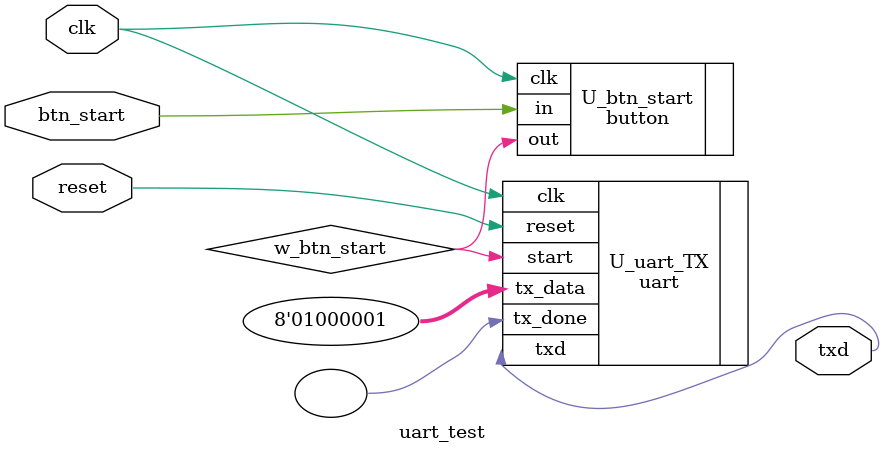
<source format=v>
`timescale 1ns / 1ps
module uart_test (
    input  clk,
    input  reset,
    input  btn_start,
    output txd
);
    wire w_btn_start;

    button U_btn_start (
        .clk(clk),
        .in (btn_start),
        .out(w_btn_start)
    );


    uart U_uart_TX (
        .clk(clk),
        .reset(reset),
        .start(w_btn_start),
        .tx_data(8'h41),
        .txd(txd),  //'A'
        .tx_done()
    );

endmodule

</source>
